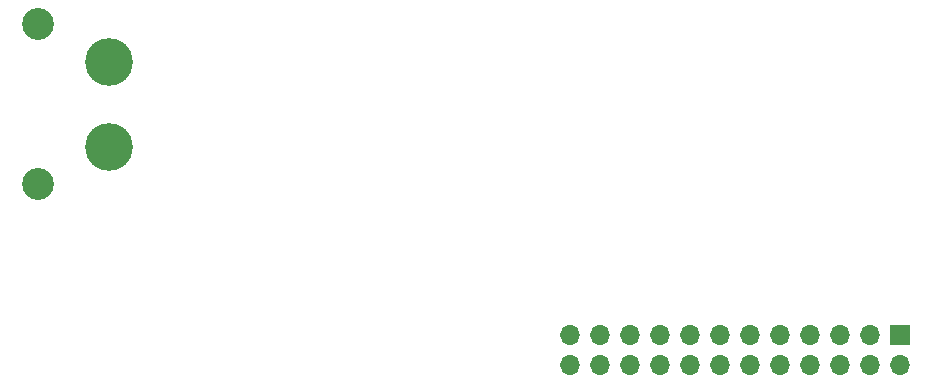
<source format=gbr>
%TF.GenerationSoftware,KiCad,Pcbnew,(7.0.0)*%
%TF.CreationDate,2023-02-15T20:10:10+09:00*%
%TF.ProjectId,_____,618744ac-c12e-46b6-9963-61645f706362,rev?*%
%TF.SameCoordinates,Original*%
%TF.FileFunction,Soldermask,Bot*%
%TF.FilePolarity,Negative*%
%FSLAX46Y46*%
G04 Gerber Fmt 4.6, Leading zero omitted, Abs format (unit mm)*
G04 Created by KiCad (PCBNEW (7.0.0)) date 2023-02-15 20:10:10*
%MOMM*%
%LPD*%
G01*
G04 APERTURE LIST*
%ADD10R,1.700000X1.700000*%
%ADD11O,1.700000X1.700000*%
%ADD12C,4.050000*%
%ADD13C,2.700000*%
G04 APERTURE END LIST*
D10*
%TO.C,J2*%
X109724999Y-79849999D03*
D11*
X109724999Y-82389999D03*
X107184999Y-79849999D03*
X107184999Y-82389999D03*
X104644999Y-79849999D03*
X104644999Y-82389999D03*
X102104999Y-79849999D03*
X102104999Y-82389999D03*
X99564999Y-79849999D03*
X99564999Y-82389999D03*
X97024999Y-79849999D03*
X97024999Y-82389999D03*
X94484999Y-79849999D03*
X94484999Y-82389999D03*
X91944999Y-79849999D03*
X91944999Y-82389999D03*
X89404999Y-79849999D03*
X89404999Y-82389999D03*
X86864999Y-79849999D03*
X86864999Y-82389999D03*
X84324999Y-79849999D03*
X84324999Y-82389999D03*
X81784999Y-79849999D03*
X81784999Y-82389999D03*
%TD*%
D12*
%TO.C,J1*%
X42720000Y-63925000D03*
X42720000Y-56725000D03*
D13*
X36720000Y-53575000D03*
X36720000Y-67075000D03*
%TD*%
M02*

</source>
